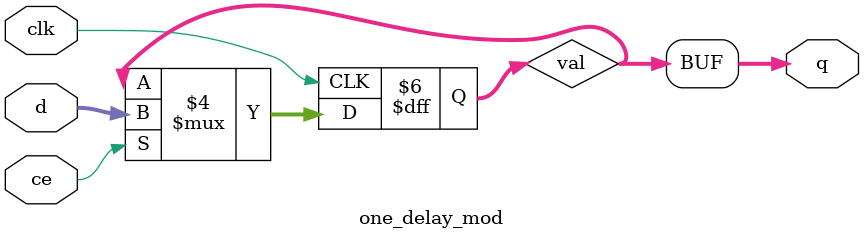
<source format=v>
`timescale 1ns / 1ps


module one_delay_mod #(
    parameter N = 5
    )
(
    input clk,
    input ce,
    input[N-1:0] d,
    output[N-1:0] q
);

reg [N-1:0]val = 0;
always @(posedge clk)
begin
    if(ce) val<=d;
    else val<=val;
end
assign q=val;

endmodule

</source>
